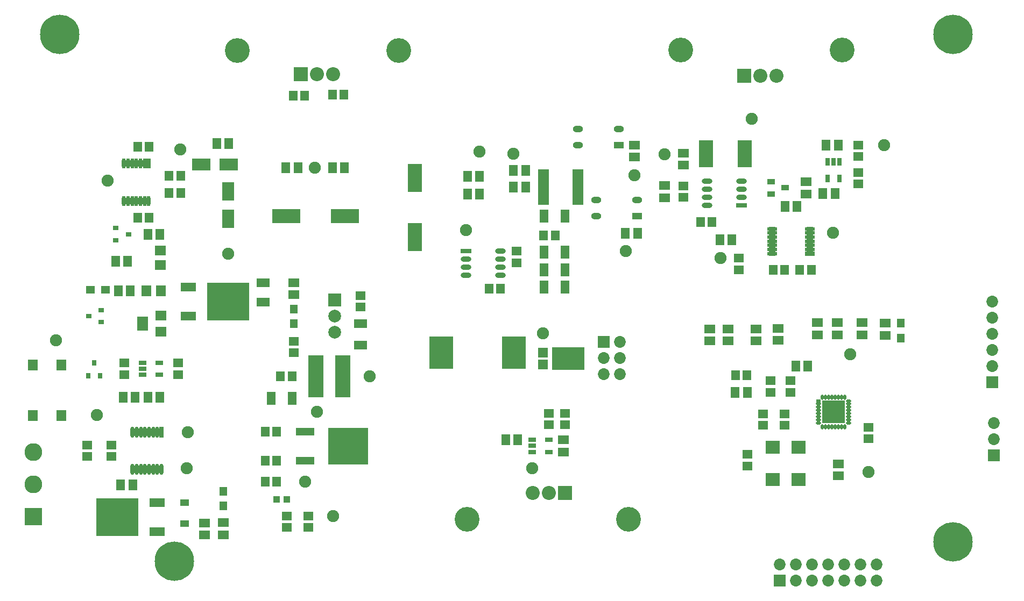
<source format=gts>
G04 Layer_Color=8388736*
%FSLAX44Y44*%
%MOMM*%
G71*
G01*
G75*
%ADD86R,3.7532X5.1032*%
%ADD87R,3.6532X3.6532*%
%ADD88O,0.5032X0.8032*%
%ADD89O,0.8032X0.5032*%
%ADD90R,0.8032X0.5032*%
%ADD91R,1.6532X1.3532*%
%ADD92R,1.3032X0.8032*%
%ADD93R,2.2032X2.0032*%
%ADD94R,1.6032X1.4032*%
%ADD95O,1.6032X0.6532*%
%ADD96R,1.6032X0.6532*%
%ADD97R,1.4032X1.6032*%
%ADD98R,1.3532X1.6532*%
%ADD99R,1.6032X1.0032*%
%ADD100O,1.6032X1.0032*%
%ADD101R,1.8032X5.6032*%
%ADD102R,1.6532X0.8032*%
%ADD103O,1.6532X0.8032*%
%ADD104R,0.9032X0.8032*%
%ADD105R,0.8032X0.9032*%
%ADD106R,2.4032X6.6032*%
%ADD107R,1.3032X1.4532*%
%ADD108R,1.1032X1.1032*%
%ADD109R,2.3032X4.2032*%
%ADD110R,0.8032X1.3032*%
%ADD111R,1.3532X2.0032*%
%ADD112R,2.8532X1.9532*%
%ADD113R,0.6532X1.6032*%
%ADD114O,0.6532X1.6032*%
%ADD115R,1.4532X1.3032*%
%ADD116R,2.9532X1.2032*%
%ADD117R,6.3532X5.7532*%
%ADD118R,1.5032X1.8032*%
%ADD119R,1.3032X0.8532*%
%ADD120R,6.6032X6.0032*%
%ADD121R,2.4032X1.4032*%
%ADD122R,1.8032X1.5032*%
%ADD123R,1.8032X2.2032*%
%ADD124R,1.9532X2.8532*%
%ADD125R,4.5032X2.3032*%
%ADD126R,1.6032X1.8032*%
%ADD127R,1.4232X1.1132*%
%ADD128R,0.6532X1.7032*%
%ADD129O,0.6532X1.7032*%
%ADD130R,2.0032X1.4032*%
%ADD131R,2.0032X1.3532*%
%ADD132R,2.3032X4.5032*%
%ADD133R,1.6032X1.5932*%
%ADD134R,5.0632X3.5632*%
%ADD135C,3.9032*%
%ADD136C,2.2032*%
%ADD137R,2.2032X2.2032*%
%ADD138C,1.8532*%
%ADD139R,1.8532X1.8532*%
%ADD140C,1.9032*%
%ADD141R,1.8532X1.8532*%
%ADD142R,2.8032X2.8032*%
%ADD143C,2.8032*%
%ADD144R,2.0032X2.0032*%
%ADD145C,2.0032*%
%ADD146C,6.2032*%
%ADD147C,1.1032*%
D86*
X1548500Y462000D02*
D03*
X1433500D02*
D03*
D87*
X2051000Y369000D02*
D03*
D88*
X2033500Y392500D02*
D03*
X2038500D02*
D03*
X2043500D02*
D03*
X2048500D02*
D03*
X2053500D02*
D03*
X2058500D02*
D03*
X2063500D02*
D03*
X2068500D02*
D03*
Y345500D02*
D03*
X2063500D02*
D03*
X2058500D02*
D03*
X2053500D02*
D03*
X2048500D02*
D03*
X2043500D02*
D03*
X2038500D02*
D03*
X2033500D02*
D03*
D89*
X2074500Y386500D02*
D03*
Y381500D02*
D03*
Y376500D02*
D03*
Y371500D02*
D03*
Y366500D02*
D03*
Y361500D02*
D03*
Y356500D02*
D03*
Y351500D02*
D03*
X2027500D02*
D03*
Y356500D02*
D03*
Y361500D02*
D03*
Y366500D02*
D03*
Y371500D02*
D03*
Y376500D02*
D03*
Y381500D02*
D03*
D90*
Y386500D02*
D03*
D91*
X1963500Y500500D02*
D03*
Y481500D02*
D03*
X1929500Y500000D02*
D03*
Y481000D02*
D03*
X2059000Y287500D02*
D03*
Y268500D02*
D03*
X1626000Y325000D02*
D03*
Y306000D02*
D03*
X1785000Y706500D02*
D03*
Y725500D02*
D03*
X2008000Y712500D02*
D03*
Y731500D02*
D03*
X2026000Y509500D02*
D03*
Y490500D02*
D03*
X2057000D02*
D03*
Y509500D02*
D03*
X2096000Y509500D02*
D03*
Y490500D02*
D03*
X2132250Y508750D02*
D03*
Y489750D02*
D03*
X1885500Y481000D02*
D03*
Y500000D02*
D03*
X1856000Y481000D02*
D03*
Y500000D02*
D03*
X1202000Y572500D02*
D03*
Y553500D02*
D03*
X1091000Y194500D02*
D03*
Y175500D02*
D03*
X1061000Y194000D02*
D03*
Y175000D02*
D03*
X1738000Y789500D02*
D03*
X1738000Y770500D02*
D03*
X1815000Y776500D02*
D03*
Y757500D02*
D03*
D92*
X1577000Y306000D02*
D03*
Y315500D02*
D03*
Y325000D02*
D03*
X1603000Y325000D02*
D03*
X1603000Y306000D02*
D03*
X964000Y427500D02*
D03*
Y437000D02*
D03*
Y446500D02*
D03*
X990000D02*
D03*
Y427500D02*
D03*
D93*
X1955750Y262350D02*
D03*
Y313150D02*
D03*
X1995750D02*
D03*
Y262350D02*
D03*
D94*
X1916000Y284000D02*
D03*
Y302000D02*
D03*
X935000Y446000D02*
D03*
Y428000D02*
D03*
X1603000Y349000D02*
D03*
Y367000D02*
D03*
X1629000Y367000D02*
D03*
Y349000D02*
D03*
X1191000Y205000D02*
D03*
Y187000D02*
D03*
X2090000Y728000D02*
D03*
Y746000D02*
D03*
X2106000Y327000D02*
D03*
Y345000D02*
D03*
X1974000Y348000D02*
D03*
Y366000D02*
D03*
X1940000D02*
D03*
Y348000D02*
D03*
X1225000Y205000D02*
D03*
Y187000D02*
D03*
X1020000Y428000D02*
D03*
Y446000D02*
D03*
X1815000Y725000D02*
D03*
Y707000D02*
D03*
X1902000Y593000D02*
D03*
Y611000D02*
D03*
X2090000Y789000D02*
D03*
Y771000D02*
D03*
X1983000Y400000D02*
D03*
Y418000D02*
D03*
X1952000Y418000D02*
D03*
Y400000D02*
D03*
X877000Y317000D02*
D03*
Y299000D02*
D03*
X915000Y317000D02*
D03*
Y299000D02*
D03*
X1307000Y534000D02*
D03*
Y552000D02*
D03*
X1202000Y480000D02*
D03*
Y462000D02*
D03*
X1552000Y622000D02*
D03*
Y604000D02*
D03*
D95*
X1954500Y657500D02*
D03*
Y651000D02*
D03*
Y644500D02*
D03*
Y638000D02*
D03*
Y631500D02*
D03*
Y625000D02*
D03*
Y618500D02*
D03*
X2013500Y657500D02*
D03*
Y651000D02*
D03*
Y644500D02*
D03*
Y638000D02*
D03*
Y631500D02*
D03*
Y625000D02*
D03*
D96*
Y618500D02*
D03*
D97*
X2016000Y593000D02*
D03*
X1998000D02*
D03*
X1157000Y259000D02*
D03*
X1175000D02*
D03*
X1157000Y338000D02*
D03*
X1175000D02*
D03*
Y292000D02*
D03*
X1157000D02*
D03*
X1023750Y714000D02*
D03*
X1005750D02*
D03*
X1860000Y668000D02*
D03*
X1842000D02*
D03*
X1974000Y593000D02*
D03*
X1956000D02*
D03*
X1897000Y427000D02*
D03*
X1915000D02*
D03*
X1281000Y869000D02*
D03*
X1263000D02*
D03*
X1219000Y867000D02*
D03*
X1201000D02*
D03*
X1199000Y425000D02*
D03*
X1181000D02*
D03*
X974000Y675000D02*
D03*
X956000D02*
D03*
X974000Y787000D02*
D03*
X956000D02*
D03*
X1023750Y741000D02*
D03*
X1005750D02*
D03*
X1595000Y647000D02*
D03*
X1613000D02*
D03*
X1509000Y563000D02*
D03*
X1527000Y563000D02*
D03*
D98*
X948500Y254000D02*
D03*
X929500D02*
D03*
X1535500Y325000D02*
D03*
X1554500Y325000D02*
D03*
X1547500Y749000D02*
D03*
X1566500D02*
D03*
X921500Y606000D02*
D03*
X940500D02*
D03*
X1189500Y754000D02*
D03*
X1208500D02*
D03*
X1262500D02*
D03*
X1281500D02*
D03*
X1080500Y792000D02*
D03*
X1099500D02*
D03*
X1475000Y712000D02*
D03*
X1494000D02*
D03*
Y740000D02*
D03*
X1475000D02*
D03*
X1974500Y693000D02*
D03*
X1993500D02*
D03*
X1872500Y640000D02*
D03*
X1891500D02*
D03*
X2034500Y713000D02*
D03*
X2053500D02*
D03*
X2039500Y789000D02*
D03*
X2058500D02*
D03*
X1896500Y400000D02*
D03*
X1915500D02*
D03*
X2010500Y441500D02*
D03*
X1991500D02*
D03*
X925500Y560000D02*
D03*
X944500D02*
D03*
X972500Y649000D02*
D03*
X991500D02*
D03*
X952500Y392000D02*
D03*
X933500D02*
D03*
X991500D02*
D03*
X972500D02*
D03*
X1566500Y723000D02*
D03*
X1547500D02*
D03*
X1742500Y650000D02*
D03*
X1723500D02*
D03*
D99*
X1713000Y789300D02*
D03*
X1742000Y677300D02*
D03*
D100*
X1713000Y814700D02*
D03*
X1649000Y789300D02*
D03*
Y814700D02*
D03*
X1678000Y702700D02*
D03*
Y677300D02*
D03*
X1742000Y702700D02*
D03*
D101*
X1649000Y723000D02*
D03*
X1595000D02*
D03*
D102*
X1472750Y622050D02*
D03*
X1906250Y693950D02*
D03*
D103*
X1472750Y609350D02*
D03*
Y596650D02*
D03*
Y583950D02*
D03*
X1527250Y622050D02*
D03*
Y609350D02*
D03*
X1527250Y596650D02*
D03*
X1527250Y583950D02*
D03*
X1851750Y732050D02*
D03*
Y719350D02*
D03*
Y706650D02*
D03*
Y693950D02*
D03*
X1906250Y732050D02*
D03*
Y719350D02*
D03*
Y706650D02*
D03*
D104*
X942000Y649000D02*
D03*
X922000Y639500D02*
D03*
Y658500D02*
D03*
X879000Y520000D02*
D03*
X899000Y529500D02*
D03*
Y510500D02*
D03*
D105*
X888000Y446000D02*
D03*
X897500Y426000D02*
D03*
X878500D02*
D03*
D106*
X1237000Y425000D02*
D03*
X1279000D02*
D03*
D107*
X1202000Y507750D02*
D03*
Y531250D02*
D03*
X2156750Y508750D02*
D03*
Y485250D02*
D03*
X1091000Y244250D02*
D03*
Y220750D02*
D03*
D108*
X1191000Y231000D02*
D03*
X1175000D02*
D03*
D109*
X1911500Y776000D02*
D03*
X1850500D02*
D03*
D110*
X2041500Y763000D02*
D03*
X2051000D02*
D03*
X2060500D02*
D03*
Y737000D02*
D03*
X2041500D02*
D03*
D111*
X1166250Y390000D02*
D03*
X1199750D02*
D03*
X1595250Y621000D02*
D03*
X1628750D02*
D03*
X1595250Y593000D02*
D03*
X1628750D02*
D03*
X1595250Y677000D02*
D03*
X1628750D02*
D03*
X1595250Y566000D02*
D03*
X1628750D02*
D03*
D112*
X1099500Y759000D02*
D03*
X1056500D02*
D03*
D113*
X973500Y760500D02*
D03*
D114*
X967000D02*
D03*
X960500D02*
D03*
X954000D02*
D03*
X947500D02*
D03*
X941000D02*
D03*
X934500D02*
D03*
X973500Y701500D02*
D03*
X967000D02*
D03*
X960500D02*
D03*
X954000D02*
D03*
X947500D02*
D03*
X941000D02*
D03*
X934500D02*
D03*
D115*
X905250Y561000D02*
D03*
X881750D02*
D03*
D116*
X1220000Y337900D02*
D03*
Y292100D02*
D03*
D117*
X1287000Y315000D02*
D03*
D118*
X992500Y560000D02*
D03*
X969500D02*
D03*
D119*
X1975000Y722000D02*
D03*
X1953000Y712500D02*
D03*
Y731500D02*
D03*
D120*
X1099000Y543000D02*
D03*
X924000Y203200D02*
D03*
D121*
X1036000Y520200D02*
D03*
Y565800D02*
D03*
X987000Y226000D02*
D03*
Y180400D02*
D03*
D122*
X992750Y495500D02*
D03*
Y520500D02*
D03*
X992000Y623500D02*
D03*
Y600500D02*
D03*
D123*
X963750Y508000D02*
D03*
D124*
X1099000Y716500D02*
D03*
Y673500D02*
D03*
D125*
X1282250Y677000D02*
D03*
X1189750D02*
D03*
D126*
X836500Y443000D02*
D03*
Y363000D02*
D03*
X791500Y443000D02*
D03*
Y363000D02*
D03*
D127*
X1030000Y226500D02*
D03*
Y193500D02*
D03*
D128*
X993750Y337000D02*
D03*
D129*
X987250D02*
D03*
X980750D02*
D03*
X974250D02*
D03*
X967750D02*
D03*
X961250D02*
D03*
X954750D02*
D03*
X948250D02*
D03*
X993750Y279000D02*
D03*
X987250D02*
D03*
X980750D02*
D03*
X974250D02*
D03*
X967750D02*
D03*
X961250D02*
D03*
X954750D02*
D03*
X948250D02*
D03*
D130*
X1154000Y572000D02*
D03*
Y542000D02*
D03*
D131*
X1307000Y474250D02*
D03*
Y507750D02*
D03*
D132*
X1392000Y644750D02*
D03*
Y737250D02*
D03*
D133*
X1594000Y462400D02*
D03*
Y444000D02*
D03*
D134*
X1633820Y453200D02*
D03*
D135*
X1113000Y938000D02*
D03*
X1367000D02*
D03*
X1810600Y939000D02*
D03*
X2064600D02*
D03*
X1728400Y200000D02*
D03*
X1474400D02*
D03*
D136*
X1263400Y901000D02*
D03*
X1238000D02*
D03*
X1961000Y898000D02*
D03*
X1935600D02*
D03*
X1578000Y241000D02*
D03*
X1603400D02*
D03*
D137*
X1212600Y901000D02*
D03*
X1910200Y898000D02*
D03*
X1628800Y241000D02*
D03*
D138*
X2119200Y128400D02*
D03*
Y103000D02*
D03*
X2093800Y128400D02*
D03*
Y103000D02*
D03*
X2068400Y128400D02*
D03*
Y103000D02*
D03*
X1966800Y128400D02*
D03*
X1992200Y103000D02*
D03*
Y128400D02*
D03*
X2017600Y103000D02*
D03*
Y128400D02*
D03*
X2043000Y103000D02*
D03*
Y128400D02*
D03*
X2301000Y441600D02*
D03*
Y467000D02*
D03*
Y492400D02*
D03*
Y517800D02*
D03*
Y543200D02*
D03*
X1715400Y428600D02*
D03*
X1690000D02*
D03*
X1715400Y454000D02*
D03*
X1690000D02*
D03*
X1715400Y479400D02*
D03*
X2303000Y351400D02*
D03*
Y326000D02*
D03*
D139*
X1966800Y103000D02*
D03*
D140*
X1873000Y611000D02*
D03*
X2050000Y651000D02*
D03*
X1577000Y280000D02*
D03*
X1547000Y776000D02*
D03*
X828000Y482000D02*
D03*
X1099000Y618000D02*
D03*
X1494000Y779000D02*
D03*
X1220000Y259000D02*
D03*
X1238000Y369000D02*
D03*
X1321000Y425000D02*
D03*
X1785000Y775000D02*
D03*
X1922000Y831000D02*
D03*
X2131000Y789000D02*
D03*
X2105750Y274750D02*
D03*
X1264000Y205000D02*
D03*
X1235000Y754000D02*
D03*
X1023500Y782500D02*
D03*
X1594000Y493000D02*
D03*
X1738000Y742000D02*
D03*
X1473000Y655000D02*
D03*
X909000Y733000D02*
D03*
X892000Y364000D02*
D03*
X1724000Y622000D02*
D03*
X2077000Y460000D02*
D03*
X1033000Y280000D02*
D03*
X1035000Y337000D02*
D03*
D141*
X2301000Y416200D02*
D03*
X1690000Y479400D02*
D03*
X2303000Y300600D02*
D03*
D142*
X792000Y204200D02*
D03*
D143*
Y255000D02*
D03*
Y305800D02*
D03*
D144*
X1266000Y545400D02*
D03*
D145*
Y520000D02*
D03*
Y494600D02*
D03*
D146*
X834000Y964000D02*
D03*
X2239000D02*
D03*
Y164000D02*
D03*
X1014000Y134000D02*
D03*
D147*
X2040000Y380000D02*
D03*
X2051000D02*
D03*
X2062000D02*
D03*
X2040000Y369000D02*
D03*
X2051000D02*
D03*
X2062000D02*
D03*
X2040000Y358000D02*
D03*
X2051000D02*
D03*
X2062000D02*
D03*
M02*

</source>
